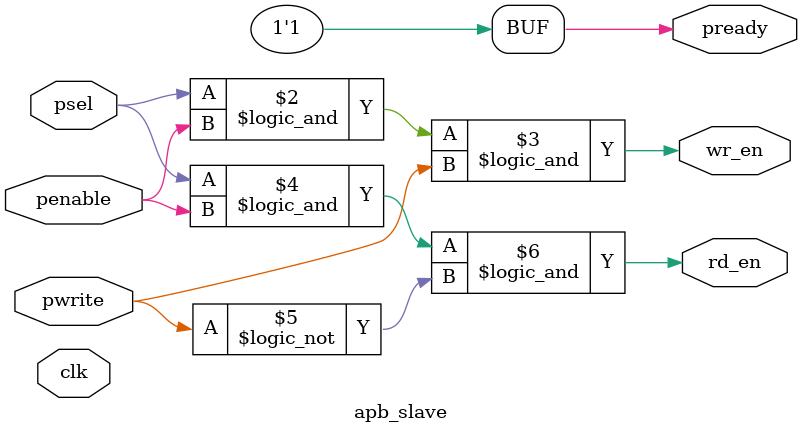
<source format=v>
module apb_slave(
  input wire clk,
  input wire psel, pwrite, penable,
  output wire pready,
  output reg wr_en, rd_en
);
  // Giữ nguyên handshake logic
  assign pready = 1'b1;

  always @(*) begin
    wr_en = (psel && penable && pwrite);
    rd_en = (psel && penable && !pwrite);
  end
endmodule
</source>
